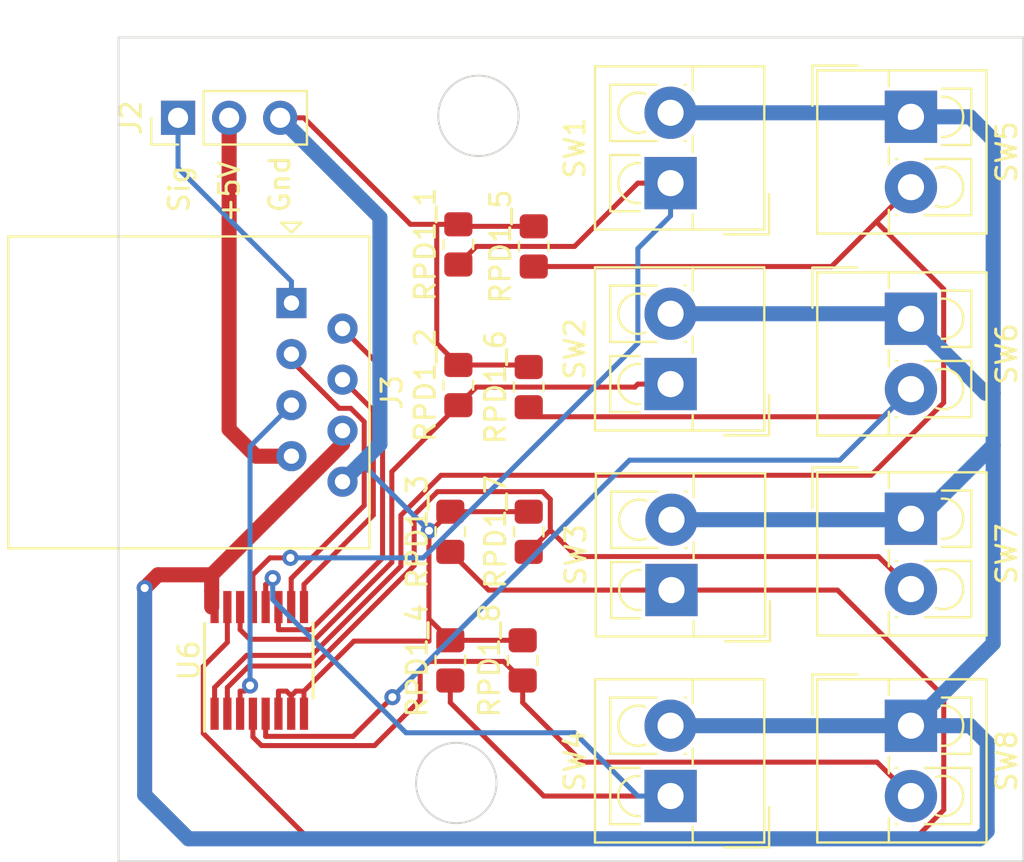
<source format=kicad_pcb>
(kicad_pcb (version 20221018) (generator pcbnew)
  (layers (0 "F.Cu" signal) (31 "B.Cu" signal) (34 "B.Paste" user) (35 "F.Paste" user) (36 "B.SilkS" user "B.Silkscreen") (37 "F.SilkS" user "F.Silkscreen") (38 "B.Mask" user) (39 "F.Mask" user) (44 "Edge.Cuts" user))
  (net 0 "")
  (net 1 "/Led_Data")
  (net 2 "/5")
  (net 3 "/gnd")
  (net 4 "/Mux1")
  (net 5 "/Mux2")
  (net 6 "/Mux3")
  (net 7 "/Mux_return")
  (net 8 "/3.3")
  (net 9 "Net-(U6-A0)")
  (net 10 "Net-(U6-A1)")
  (net 11 "Net-(U6-A2)")
  (net 12 "Net-(U6-A3)")
  (net 13 "Net-(U6-A4)")
  (net 14 "Net-(U6-A5)")
  (net 15 "Net-(U6-A6)")
  (net 16 "Net-(U6-A7)")
  (footprint "Resistor_SMD:R_0805_2012Metric_Pad1.20x1.40mm_HandSolder" (layer "F.Cu") (at 85 89 90)
    (fp_text reference "RPD1_4" (at 0 -1.65 90) (layer "F.SilkS"))
    (fp_text value "10k")
    (fp_line (start -0.227064 -0.735) (end 0.227064 -0.735) (stroke (width 0.12)) (layer "F.SilkS"))
    (fp_line (start -0.227064 0.735) (end 0.227064 0.735) (stroke (width 0.12)) (layer "F.SilkS"))
    (pad "1" smd roundrect (at -1 0 90) (size 1.2 1.4) (layers "F.Cu" "F.Paste" "F.Mask") (roundrect_rratio 0.2083333333) (net 12 "Net-(U6-A3)"))
    (pad "2" smd roundrect (at 1 0 90) (size 1.2 1.4) (layers "F.Cu" "F.Paste" "F.Mask") (roundrect_rratio 0.2083333333) (net 3 "/gnd"))
  )
  (footprint "Resistor_SMD:R_0805_2012Metric_Pad1.20x1.40mm_HandSolder" (layer "F.Cu") (at 88.6 89 90)
    (fp_text reference "RPD1_8" (at 0 -1.65 90) (layer "F.SilkS"))
    (fp_text value "10k")
    (fp_line (start -0.227064 -0.735) (end 0.227064 -0.735) (stroke (width 0.12)) (layer "F.SilkS"))
    (fp_line (start -0.227064 0.735) (end 0.227064 0.735) (stroke (width 0.12)) (layer "F.SilkS"))
    (pad "1" smd roundrect (at -1 0 90) (size 1.2 1.4) (layers "F.Cu" "F.Paste" "F.Mask") (roundrect_rratio 0.2083333333) (net 16 "Net-(U6-A7)"))
    (pad "2" smd roundrect (at 1 0 90) (size 1.2 1.4) (layers "F.Cu" "F.Paste" "F.Mask") (roundrect_rratio 0.2083333333) (net 3 "/gnd"))
  )
  (footprint "Resistor_SMD:R_0805_2012Metric_Pad1.20x1.40mm_HandSolder" (layer "F.Cu") (at 89.15 68.4 90)
    (fp_text reference "RPD1_5" (at 0 -1.65 90) (layer "F.SilkS"))
    (fp_text value "10k")
    (fp_line (start -0.227064 -0.735) (end 0.227064 -0.735) (stroke (width 0.12)) (layer "F.SilkS"))
    (fp_line (start -0.227064 0.735) (end 0.227064 0.735) (stroke (width 0.12)) (layer "F.SilkS"))
    (pad "1" smd roundrect (at -1 0 90) (size 1.2 1.4) (layers "F.Cu" "F.Paste" "F.Mask") (roundrect_rratio 0.2083333333) (net 13 "Net-(U6-A4)"))
    (pad "2" smd roundrect (at 1 0 90) (size 1.2 1.4) (layers "F.Cu" "F.Paste" "F.Mask") (roundrect_rratio 0.2083333333) (net 3 "/gnd"))
  )
  (footprint "Resistor_SMD:R_0805_2012Metric_Pad1.20x1.40mm_HandSolder" (layer "F.Cu") (at 88.9 82.6 90)
    (fp_text reference "RPD1_7" (at 0 -1.65 90) (layer "F.SilkS"))
    (fp_text value "10k")
    (fp_line (start -0.227064 -0.735) (end 0.227064 -0.735) (stroke (width 0.12)) (layer "F.SilkS"))
    (fp_line (start -0.227064 0.735) (end 0.227064 0.735) (stroke (width 0.12)) (layer "F.SilkS"))
    (pad "1" smd roundrect (at -1 0 90) (size 1.2 1.4) (layers "F.Cu" "F.Paste" "F.Mask") (roundrect_rratio 0.2083333333) (net 15 "Net-(U6-A6)"))
    (pad "2" smd roundrect (at 1 0 90) (size 1.2 1.4) (layers "F.Cu" "F.Paste" "F.Mask") (roundrect_rratio 0.2083333333) (net 3 "/gnd"))
  )
  (footprint "TerminalBlock_4Ucon:TerminalBlock_4Ucon_1x02_P3.50mm_Vertical" (layer "F.Cu") (at 107.91 72 -90)
    (fp_text reference "SW6" (at 1.75 -4.76 90) (layer "F.SilkS"))
    (fp_text value "SW_Push")
    (fp_line (start -2.55 2.66) (end -2.55 4.9) (stroke (width 0.12)) (layer "F.SilkS"))
    (fp_line (start -2.55 4.9) (end -0.55 4.9) (stroke (width 0.12)) (layer "F.SilkS"))
    (fp_line (start -2.31 -3.76) (end -2.31 4.66) (stroke (width 0.12)) (layer "F.SilkS"))
    (fp_line (start -2.31 -3.76) (end 5.81 -3.76) (stroke (width 0.12)) (layer "F.SilkS"))
    (fp_line (start -2.31 1.101) (end -1.54 1.101) (stroke (width 0.12)) (layer "F.SilkS"))
    (fp_line (start -2.31 4.66) (end 5.81 4.66) (stroke (width 0.12)) (layer "F.SilkS"))
    (fp_line (start -1.4 -3) (end -1.4 -1.54) (stroke (width 0.12)) (layer "F.SilkS"))
    (fp_line (start -1.4 -3) (end 1.4 -3) (stroke (width 0.12)) (layer "F.SilkS"))
    (fp_line (start 1.4 -3) (end 1.4 -1.54) (stroke (width 0.12)) (layer "F.SilkS"))
    (fp_line (start 1.54 1.101) (end 2.367 1.101) (stroke (width 0.12)) (layer "F.SilkS"))
    (fp_line (start 2.1 -3) (end 2.1 -0.689) (stroke (width 0.12)) (layer "F.SilkS"))
    (fp_line (start 2.1 -3) (end 4.9 -3) (stroke (width 0.12)) (layer "F.SilkS"))
    (fp_line (start 2.1 0.689) (end 2.1 0.75) (stroke (width 0.12)) (layer "F.SilkS"))
    (fp_line (start 2.1 0.75) (end 2.101 0.75) (stroke (width 0.12)) (layer "F.SilkS"))
    (fp_line (start 4.634 1.101) (end 5.81 1.101) (stroke (width 0.12)) (layer "F.SilkS"))
    (fp_line (start 4.9 -3) (end 4.9 -0.689) (stroke (width 0.12)) (layer "F.SilkS"))
    (fp_line (start 4.9 0.689) (end 4.9 0.75) (stroke (width 0.12)) (layer "F.SilkS"))
    (fp_line (start 4.9 0.75) (end 4.9 0.75) (stroke (width 0.12)) (layer "F.SilkS"))
    (fp_line (start 5.81 -3.76) (end 5.81 4.66) (stroke (width 0.12)) (layer "F.SilkS"))
    (fp_arc (start -0.99789 -1.529434) (mid -0.000785 -2.600382) (end 0.998 -1.531) (stroke (width 0.12)) (layer "F.SilkS"))
    (fp_arc (start 2.560085 -1.257767) (mid 3.499876 -2.600282) (end 4.44 -1.258) (stroke (width 0.12)) (layer "F.SilkS"))
    (pad "1" thru_hole rect (at 0 0 270) (size 2.6 2.6) (drill 1.3) (layers "*.Cu" "*.Mask") (net 8 "/3.3"))
    (pad "2" thru_hole circle (at 3.5 0 270) (size 2.6 2.6) (drill 1.3) (layers "*.Cu" "*.Mask") (net 14 "Net-(U6-A5)"))
  )
  (footprint "Connector_PinHeader_2.54mm:PinHeader_1x03_P2.54mm_Vertical" (layer "F.Cu") (at 71.46 62 90)
    (fp_text reference "J2" (at 0 -2.33 90) (layer "F.SilkS"))
    (fp_text value "LED Strip Conn")
    (fp_line (start -1.33 -1.33) (end 0 -1.33) (stroke (width 0.12)) (layer "F.SilkS"))
    (fp_line (start -1.33 0) (end -1.33 -1.33) (stroke (width 0.12)) (layer "F.SilkS"))
    (fp_line (start -1.33 1.27) (end -1.33 6.41) (stroke (width 0.12)) (layer "F.SilkS"))
    (fp_line (start -1.33 1.27) (end 1.33 1.27) (stroke (width 0.12)) (layer "F.SilkS"))
    (fp_line (start -1.33 6.41) (end 1.33 6.41) (stroke (width 0.12)) (layer "F.SilkS"))
    (fp_line (start 1.33 1.27) (end 1.33 6.41) (stroke (width 0.12)) (layer "F.SilkS"))
    (pad "1" thru_hole rect (at 0 0 90) (size 1.7 1.7) (drill 1) (layers "*.Cu" "*.Mask") (net 1 "/Led_Data"))
    (pad "2" thru_hole oval (at 0 2.54 90) (size 1.7 1.7) (drill 1) (layers "*.Cu" "*.Mask") (net 2 "/5"))
    (pad "3" thru_hole oval (at 0 5.08 90) (size 1.7 1.7) (drill 1) (layers "*.Cu" "*.Mask") (net 3 "/gnd"))
  )
  (footprint "TerminalBlock_4Ucon:TerminalBlock_4Ucon_1x02_P3.50mm_Vertical" (layer "F.Cu") (at 95.955 95.75 90)
    (fp_text reference "SW4" (at 1.75 -4.76 90) (layer "F.SilkS"))
    (fp_text value "SW_Push")
    (fp_line (start -2.55 2.66) (end -2.55 4.9) (stroke (width 0.12)) (layer "F.SilkS"))
    (fp_line (start -2.55 4.9) (end -0.55 4.9) (stroke (width 0.12)) (layer "F.SilkS"))
    (fp_line (start -2.31 -3.76) (end -2.31 4.66) (stroke (width 0.12)) (layer "F.SilkS"))
    (fp_line (start -2.31 -3.76) (end 5.81 -3.76) (stroke (width 0.12)) (layer "F.SilkS"))
    (fp_line (start -2.31 1.101) (end -1.54 1.101) (stroke (width 0.12)) (layer "F.SilkS"))
    (fp_line (start -2.31 4.66) (end 5.81 4.66) (stroke (width 0.12)) (layer "F.SilkS"))
    (fp_line (start -1.4 -3) (end -1.4 -1.54) (stroke (width 0.12)) (layer "F.SilkS"))
    (fp_line (start -1.4 -3) (end 1.4 -3) (stroke (width 0.12)) (layer "F.SilkS"))
    (fp_line (start 1.4 -3) (end 1.4 -1.54) (stroke (width 0.12)) (layer "F.SilkS"))
    (fp_line (start 1.54 1.101) (end 2.367 1.101) (stroke (width 0.12)) (layer "F.SilkS"))
    (fp_line (start 2.1 -3) (end 2.1 -0.689) (stroke (width 0.12)) (layer "F.SilkS"))
    (fp_line (start 2.1 -3) (end 4.9 -3) (stroke (width 0.12)) (layer "F.SilkS"))
    (fp_line (start 2.1 0.689) (end 2.1 0.75) (stroke (width 0.12)) (layer "F.SilkS"))
    (fp_line (start 2.1 0.75) (end 2.101 0.75) (stroke (width 0.12)) (layer "F.SilkS"))
    (fp_line (start 4.634 1.101) (end 5.81 1.101) (stroke (width 0.12)) (layer "F.SilkS"))
    (fp_line (start 4.9 -3) (end 4.9 -0.689) (stroke (width 0.12)) (layer "F.SilkS"))
    (fp_line (start 4.9 0.689) (end 4.9 0.75) (stroke (width 0.12)) (layer "F.SilkS"))
    (fp_line (start 4.9 0.75) (end 4.9 0.75) (stroke (width 0.12)) (layer "F.SilkS"))
    (fp_line (start 5.81 -3.76) (end 5.81 4.66) (stroke (width 0.12)) (layer "F.SilkS"))
    (fp_arc (start -0.99789 -1.529434) (mid -0.000785 -2.600382) (end 0.998 -1.531) (stroke (width 0.12)) (layer "F.SilkS"))
    (fp_arc (start 2.560085 -1.257767) (mid 3.499876 -2.600282) (end 4.44 -1.258) (stroke (width 0.12)) (layer "F.SilkS"))
    (pad "1" thru_hole rect (at 0 0 90) (size 2.6 2.6) (drill 1.3) (layers "*.Cu" "*.Mask") (net 12 "Net-(U6-A3)"))
    (pad "2" thru_hole circle (at 3.5 0 90) (size 2.6 2.6) (drill 1.3) (layers "*.Cu" "*.Mask") (net 8 "/3.3"))
  )
  (footprint "TerminalBlock_4Ucon:TerminalBlock_4Ucon_1x02_P3.50mm_Vertical" (layer "F.Cu") (at 95.955 65.25 90)
    (fp_text reference "SW1" (at 1.75 -4.76 90) (layer "F.SilkS"))
    (fp_text value "SW_Push")
    (fp_line (start -2.55 2.66) (end -2.55 4.9) (stroke (width 0.12)) (layer "F.SilkS"))
    (fp_line (start -2.55 4.9) (end -0.55 4.9) (stroke (width 0.12)) (layer "F.SilkS"))
    (fp_line (start -2.31 -3.76) (end -2.31 4.66) (stroke (width 0.12)) (layer "F.SilkS"))
    (fp_line (start -2.31 -3.76) (end 5.81 -3.76) (stroke (width 0.12)) (layer "F.SilkS"))
    (fp_line (start -2.31 1.101) (end -1.54 1.101) (stroke (width 0.12)) (layer "F.SilkS"))
    (fp_line (start -2.31 4.66) (end 5.81 4.66) (stroke (width 0.12)) (layer "F.SilkS"))
    (fp_line (start -1.4 -3) (end -1.4 -1.54) (stroke (width 0.12)) (layer "F.SilkS"))
    (fp_line (start -1.4 -3) (end 1.4 -3) (stroke (width 0.12)) (layer "F.SilkS"))
    (fp_line (start 1.4 -3) (end 1.4 -1.54) (stroke (width 0.12)) (layer "F.SilkS"))
    (fp_line (start 1.54 1.101) (end 2.367 1.101) (stroke (width 0.12)) (layer "F.SilkS"))
    (fp_line (start 2.1 -3) (end 2.1 -0.689) (stroke (width 0.12)) (layer "F.SilkS"))
    (fp_line (start 2.1 -3) (end 4.9 -3) (stroke (width 0.12)) (layer "F.SilkS"))
    (fp_line (start 2.1 0.689) (end 2.1 0.75) (stroke (width 0.12)) (layer "F.SilkS"))
    (fp_line (start 2.1 0.75) (end 2.101 0.75) (stroke (width 0.12)) (layer "F.SilkS"))
    (fp_line (start 4.634 1.101) (end 5.81 1.101) (stroke (width 0.12)) (layer "F.SilkS"))
    (fp_line (start 4.9 -3) (end 4.9 -0.689) (stroke (width 0.12)) (layer "F.SilkS"))
    (fp_line (start 4.9 0.689) (end 4.9 0.75) (stroke (width 0.12)) (layer "F.SilkS"))
    (fp_line (start 4.9 0.75) (end 4.9 0.75) (stroke (width 0.12)) (layer "F.SilkS"))
    (fp_line (start 5.81 -3.76) (end 5.81 4.66) (stroke (width 0.12)) (layer "F.SilkS"))
    (fp_arc (start -0.99789 -1.529434) (mid -0.000785 -2.600382) (end 0.998 -1.531) (stroke (width 0.12)) (layer "F.SilkS"))
    (fp_arc (start 2.560085 -1.257767) (mid 3.499876 -2.600282) (end 4.44 -1.258) (stroke (width 0.12)) (layer "F.SilkS"))
    (pad "1" thru_hole rect (at 0 0 90) (size 2.6 2.6) (drill 1.3) (layers "*.Cu" "*.Mask") (net 9 "Net-(U6-A0)"))
    (pad "2" thru_hole circle (at 3.5 0 90) (size 2.6 2.6) (drill 1.3) (layers "*.Cu" "*.Mask") (net 8 "/3.3"))
  )
  (footprint "TerminalBlock_4Ucon:TerminalBlock_4Ucon_1x02_P3.50mm_Vertical" (layer "F.Cu") (at 96 85.5 90)
    (fp_text reference "SW3" (at 1.75 -4.76 90) (layer "F.SilkS"))
    (fp_text value "SW_Push")
    (fp_line (start -2.55 2.66) (end -2.55 4.9) (stroke (width 0.12)) (layer "F.SilkS"))
    (fp_line (start -2.55 4.9) (end -0.55 4.9) (stroke (width 0.12)) (layer "F.SilkS"))
    (fp_line (start -2.31 -3.76) (end -2.31 4.66) (stroke (width 0.12)) (layer "F.SilkS"))
    (fp_line (start -2.31 -3.76) (end 5.81 -3.76) (stroke (width 0.12)) (layer "F.SilkS"))
    (fp_line (start -2.31 1.101) (end -1.54 1.101) (stroke (width 0.12)) (layer "F.SilkS"))
    (fp_line (start -2.31 4.66) (end 5.81 4.66) (stroke (width 0.12)) (layer "F.SilkS"))
    (fp_line (start -1.4 -3) (end -1.4 -1.54) (stroke (width 0.12)) (layer "F.SilkS"))
    (fp_line (start -1.4 -3) (end 1.4 -3) (stroke (width 0.12)) (layer "F.SilkS"))
    (fp_line (start 1.4 -3) (end 1.4 -1.54) (stroke (width 0.12)) (layer "F.SilkS"))
    (fp_line (start 1.54 1.101) (end 2.367 1.101) (stroke (width 0.12)) (layer "F.SilkS"))
    (fp_line (start 2.1 -3) (end 2.1 -0.689) (stroke (width 0.12)) (layer "F.SilkS"))
    (fp_line (start 2.1 -3) (end 4.9 -3) (stroke (width 0.12)) (layer "F.SilkS"))
    (fp_line (start 2.1 0.689) (end 2.1 0.75) (stroke (width 0.12)) (layer "F.SilkS"))
    (fp_line (start 2.1 0.75) (end 2.101 0.75) (stroke (width 0.12)) (layer "F.SilkS"))
    (fp_line (start 4.634 1.101) (end 5.81 1.101) (stroke (width 0.12)) (layer "F.SilkS"))
    (fp_line (start 4.9 -3) (end 4.9 -0.689) (stroke (width 0.12)) (layer "F.SilkS"))
    (fp_line (start 4.9 0.689) (end 4.9 0.75) (stroke (width 0.12)) (layer "F.SilkS"))
    (fp_line (start 4.9 0.75) (end 4.9 0.75) (stroke (width 0.12)) (layer "F.SilkS"))
    (fp_line (start 5.81 -3.76) (end 5.81 4.66) (stroke (width 0.12)) (layer "F.SilkS"))
    (fp_arc (start -0.99789 -1.529434) (mid -0.000785 -2.600382) (end 0.998 -1.531) (stroke (width 0.12)) (layer "F.SilkS"))
    (fp_arc (start 2.560085 -1.257767) (mid 3.499876 -2.600282) (end 4.44 -1.258) (stroke (width 0.12)) (layer "F.SilkS"))
    (pad "1" thru_hole rect (at 0 0 90) (size 2.6 2.6) (drill 1.3) (layers "*.Cu" "*.Mask") (net 11 "Net-(U6-A2)"))
    (pad "2" thru_hole circle (at 3.5 0 90) (size 2.6 2.6) (drill 1.3) (layers "*.Cu" "*.Mask") (net 8 "/3.3"))
  )
  (footprint "Resistor_SMD:R_0805_2012Metric_Pad1.20x1.40mm_HandSolder" (layer "F.Cu") (at 85 82.6 90)
    (fp_text reference "RPD1_3" (at 0 -1.65 90) (layer "F.SilkS"))
    (fp_text value "10k")
    (fp_line (start -0.227064 -0.735) (end 0.227064 -0.735) (stroke (width 0.12)) (layer "F.SilkS"))
    (fp_line (start -0.227064 0.735) (end 0.227064 0.735) (stroke (width 0.12)) (layer "F.SilkS"))
    (pad "1" smd roundrect (at -1 0 90) (size 1.2 1.4) (layers "F.Cu" "F.Paste" "F.Mask") (roundrect_rratio 0.2083333333) (net 11 "Net-(U6-A2)"))
    (pad "2" smd roundrect (at 1 0 90) (size 1.2 1.4) (layers "F.Cu" "F.Paste" "F.Mask") (roundrect_rratio 0.2083333333) (net 3 "/gnd"))
  )
  (footprint "TerminalBlock_4Ucon:TerminalBlock_4Ucon_1x02_P3.50mm_Vertical" (layer "F.Cu") (at 107.91 92.25 -90)
    (fp_text reference "SW8" (at 1.75 -4.76 90) (layer "F.SilkS"))
    (fp_text value "SW_Push")
    (fp_line (start -2.55 2.66) (end -2.55 4.9) (stroke (width 0.12)) (layer "F.SilkS"))
    (fp_line (start -2.55 4.9) (end -0.55 4.9) (stroke (width 0.12)) (layer "F.SilkS"))
    (fp_line (start -2.31 -3.76) (end -2.31 4.66) (stroke (width 0.12)) (layer "F.SilkS"))
    (fp_line (start -2.31 -3.76) (end 5.81 -3.76) (stroke (width 0.12)) (layer "F.SilkS"))
    (fp_line (start -2.31 1.101) (end -1.54 1.101) (stroke (width 0.12)) (layer "F.SilkS"))
    (fp_line (start -2.31 4.66) (end 5.81 4.66) (stroke (width 0.12)) (layer "F.SilkS"))
    (fp_line (start -1.4 -3) (end -1.4 -1.54) (stroke (width 0.12)) (layer "F.SilkS"))
    (fp_line (start -1.4 -3) (end 1.4 -3) (stroke (width 0.12)) (layer "F.SilkS"))
    (fp_line (start 1.4 -3) (end 1.4 -1.54) (stroke (width 0.12)) (layer "F.SilkS"))
    (fp_line (start 1.54 1.101) (end 2.367 1.101) (stroke (width 0.12)) (layer "F.SilkS"))
    (fp_line (start 2.1 -3) (end 2.1 -0.689) (stroke (width 0.12)) (layer "F.SilkS"))
    (fp_line (start 2.1 -3) (end 4.9 -3) (stroke (width 0.12)) (layer "F.SilkS"))
    (fp_line (start 2.1 0.689) (end 2.1 0.75) (stroke (width 0.12)) (layer "F.SilkS"))
    (fp_line (start 2.1 0.75) (end 2.101 0.75) (stroke (width 0.12)) (layer "F.SilkS"))
    (fp_line (start 4.634 1.101) (end 5.81 1.101) (stroke (width 0.12)) (layer "F.SilkS"))
    (fp_line (start 4.9 -3) (end 4.9 -0.689) (stroke (width 0.12)) (layer "F.SilkS"))
    (fp_line (start 4.9 0.689) (end 4.9 0.75) (stroke (width 0.12)) (layer "F.SilkS"))
    (fp_line (start 4.9 0.75) (end 4.9 0.75) (stroke (width 0.12)) (layer "F.SilkS"))
    (fp_line (start 5.81 -3.76) (end 5.81 4.66) (stroke (width 0.12)) (layer "F.SilkS"))
    (fp_arc (start -0.99789 -1.529434) (mid -0.000785 -2.600382) (end 0.998 -1.531) (stroke (width 0.12)) (layer "F.SilkS"))
    (fp_arc (start 2.560085 -1.257767) (mid 3.499876 -2.600282) (end 4.44 -1.258) (stroke (width 0.12)) (layer "F.SilkS"))
    (pad "1" thru_hole rect (at 0 0 270) (size 2.6 2.6) (drill 1.3) (layers "*.Cu" "*.Mask") (net 8 "/3.3"))
    (pad "2" thru_hole circle (at 3.5 0 270) (size 2.6 2.6) (drill 1.3) (layers "*.Cu" "*.Mask") (net 16 "Net-(U6-A7)"))
  )
  (footprint "Resistor_SMD:R_0805_2012Metric_Pad1.20x1.40mm_HandSolder" (layer "F.Cu") (at 88.9 75.4 90)
    (fp_text reference "RPD1_6" (at 0 -1.65 90) (layer "F.SilkS"))
    (fp_text value "10k")
    (fp_line (start -0.227064 -0.735) (end 0.227064 -0.735) (stroke (width 0.12)) (layer "F.SilkS"))
    (fp_line (start -0.227064 0.735) (end 0.227064 0.735) (stroke (width 0.12)) (layer "F.SilkS"))
    (pad "1" smd roundrect (at -1 0 90) (size 1.2 1.4) (layers "F.Cu" "F.Paste" "F.Mask") (roundrect_rratio 0.2083333333) (net 14 "Net-(U6-A5)"))
    (pad "2" smd roundrect (at 1 0 90) (size 1.2 1.4) (layers "F.Cu" "F.Paste" "F.Mask") (roundrect_rratio 0.2083333333) (net 3 "/gnd"))
  )
  (footprint "Connector_RJ:RJ45_Amphenol_54602-x08_Horizontal" (layer "F.Cu") (at 77.1 71.2175 -90)
    (fp_text reference "J3" (at 4.445 -5 90) (layer "F.SilkS"))
    (fp_text value "Expansion")
    (fp_line (start -4 -0.5) (end -4 0.5) (stroke (width 0.12)) (layer "F.SilkS"))
    (fp_line (start -4 0.5) (end -3.5 0) (stroke (width 0.12)) (layer "F.SilkS"))
    (fp_line (start -3.5 0) (end -4 -0.5) (stroke (width 0.12)) (layer "F.SilkS"))
    (fp_line (start -3.315 -3.88) (end -3.315 14.08) (stroke (width 0.12)) (layer "F.SilkS"))
    (fp_line (start -3.315 14.08) (end 12.205 14.08) (stroke (width 0.12)) (layer "F.SilkS"))
    (fp_line (start 12.205 -3.88) (end -3.315 -3.88) (stroke (width 0.12)) (layer "F.SilkS"))
    (fp_line (start 12.205 -3.88) (end 12.205 14.08) (stroke (width 0.12)) (layer "F.SilkS"))
    (pad "" np_thru_hole circle (at -1.27 6.35 270) (size 3.2 3.2) (drill 3.2) (layers "*.Cu" "*.Mask"))
    (pad "" np_thru_hole circle (at 10.16 6.35 270) (size 3.2 3.2) (drill 3.2) (layers "*.Cu" "*.Mask"))
    (pad "1" thru_hole rect (at 0 0 270) (size 1.5 1.5) (drill 0.76) (layers "*.Cu" "*.Mask") (net 1 "/Led_Data"))
    (pad "2" thru_hole circle (at 1.27 -2.54 270) (size 1.5 1.5) (drill 0.76) (layers "*.Cu" "*.Mask") (net 4 "/Mux1"))
    (pad "3" thru_hole circle (at 2.54 0 270) (size 1.5 1.5) (drill 0.76) (layers "*.Cu" "*.Mask") (net 5 "/Mux2"))
    (pad "4" thru_hole circle (at 3.81 -2.54 270) (size 1.5 1.5) (drill 0.76) (layers "*.Cu" "*.Mask") (net 6 "/Mux3"))
    (pad "5" thru_hole circle (at 5.08 0 270) (size 1.5 1.5) (drill 0.76) (layers "*.Cu" "*.Mask") (net 7 "/Mux_return"))
    (pad "6" thru_hole circle (at 6.35 -2.54 270) (size 1.5 1.5) (drill 0.76) (layers "*.Cu" "*.Mask") (net 8 "/3.3"))
    (pad "7" thru_hole circle (at 7.62 0 270) (size 1.5 1.5) (drill 0.76) (layers "*.Cu" "*.Mask") (net 2 "/5"))
    (pad "8" thru_hole circle (at 8.89 -2.54 270) (size 1.5 1.5) (drill 0.76) (layers "*.Cu" "*.Mask") (net 3 "/gnd"))
  )
  (footprint "TerminalBlock_4Ucon:TerminalBlock_4Ucon_1x02_P3.50mm_Vertical" (layer "F.Cu") (at 95.955 75.25 90)
    (fp_text reference "SW2" (at 1.75 -4.76 90) (layer "F.SilkS"))
    (fp_text value "~")
    (fp_line (start -2.55 2.66) (end -2.55 4.9) (stroke (width 0.12)) (layer "F.SilkS"))
    (fp_line (start -2.55 4.9) (end -0.55 4.9) (stroke (width 0.12)) (layer "F.SilkS"))
    (fp_line (start -2.31 -3.76) (end -2.31 4.66) (stroke (width 0.12)) (layer "F.SilkS"))
    (fp_line (start -2.31 -3.76) (end 5.81 -3.76) (stroke (width 0.12)) (layer "F.SilkS"))
    (fp_line (start -2.31 1.101) (end -1.54 1.101) (stroke (width 0.12)) (layer "F.SilkS"))
    (fp_line (start -2.31 4.66) (end 5.81 4.66) (stroke (width 0.12)) (layer "F.SilkS"))
    (fp_line (start -1.4 -3) (end -1.4 -1.54) (stroke (width 0.12)) (layer "F.SilkS"))
    (fp_line (start -1.4 -3) (end 1.4 -3) (stroke (width 0.12)) (layer "F.SilkS"))
    (fp_line (start 1.4 -3) (end 1.4 -1.54) (stroke (width 0.12)) (layer "F.SilkS"))
    (fp_line (start 1.54 1.101) (end 2.367 1.101) (stroke (width 0.12)) (layer "F.SilkS"))
    (fp_line (start 2.1 -3) (end 2.1 -0.689) (stroke (width 0.12)) (layer "F.SilkS"))
    (fp_line (start 2.1 -3) (end 4.9 -3) (stroke (width 0.12)) (layer "F.SilkS"))
    (fp_line (start 2.1 0.689) (end 2.1 0.75) (stroke (width 0.12)) (layer "F.SilkS"))
    (fp_line (start 2.1 0.75) (end 2.101 0.75) (stroke (width 0.12)) (layer "F.SilkS"))
    (fp_line (start 4.634 1.101) (end 5.81 1.101) (stroke (width 0.12)) (layer "F.SilkS"))
    (fp_line (start 4.9 -3) (end 4.9 -0.689) (stroke (width 0.12)) (layer "F.SilkS"))
    (fp_line (start 4.9 0.689) (end 4.9 0.75) (stroke (width 0.12)) (layer "F.SilkS"))
    (fp_line (start 4.9 0.75) (end 4.9 0.75) (stroke (width 0.12)) (layer "F.SilkS"))
    (fp_line (start 5.81 -3.76) (end 5.81 4.66) (stroke (width 0.12)) (layer "F.SilkS"))
    (fp_arc (start -0.99789 -1.529434) (mid -0.000785 -2.600382) (end 0.998 -1.531) (stroke (width 0.12)) (layer "F.SilkS"))
    (fp_arc (start 2.560085 -1.257767) (mid 3.499876 -2.600282) (end 4.44 -1.258) (stroke (width 0.12)) (layer "F.SilkS"))
    (pad "1" thru_hole rect (at 0 0 90) (size 2.6 2.6) (drill 1.3) (layers "*.Cu" "*.Mask") (net 10 "Net-(U6-A1)"))
    (pad "2" thru_hole circle (at 3.5 0 90) (size 2.6 2.6) (drill 1.3) (layers "*.Cu" "*.Mask") (net 8 "/3.3"))
  )
  (footprint "TerminalBlock_4Ucon:TerminalBlock_4Ucon_1x02_P3.50mm_Vertical" (layer "F.Cu") (at 107.91 61.95 -90)
    (fp_text reference "SW5" (at 1.75 -4.76 90) (layer "F.SilkS"))
    (fp_text value "SW_Push")
    (fp_line (start -2.55 2.66) (end -2.55 4.9) (stroke (width 0.12)) (layer "F.SilkS"))
    (fp_line (start -2.55 4.9) (end -0.55 4.9) (stroke (width 0.12)) (layer "F.SilkS"))
    (fp_line (start -2.31 -3.76) (end -2.31 4.66) (stroke (width 0.12)) (layer "F.SilkS"))
    (fp_line (start -2.31 -3.76) (end 5.81 -3.76) (stroke (width 0.12)) (layer "F.SilkS"))
    (fp_line (start -2.31 1.101) (end -1.54 1.101) (stroke (width 0.12)) (layer "F.SilkS"))
    (fp_line (start -2.31 4.66) (end 5.81 4.66) (stroke (width 0.12)) (layer "F.SilkS"))
    (fp_line (start -1.4 -3) (end -1.4 -1.54) (stroke (width 0.12)) (layer "F.SilkS"))
    (fp_line (start -1.4 -3) (end 1.4 -3) (stroke (width 0.12)) (layer "F.SilkS"))
    (fp_line (start 1.4 -3) (end 1.4 -1.54) (stroke (width 0.12)) (layer "F.SilkS"))
    (fp_line (start 1.54 1.101) (end 2.367 1.101) (stroke (width 0.12)) (layer "F.SilkS"))
    (fp_line (start 2.1 -3) (end 2.1 -0.689) (stroke (width 0.12)) (layer "F.SilkS"))
    (fp_line (start 2.1 -3) (end 4.9 -3) (stroke (width 0.12)) (layer "F.SilkS"))
    (fp_line (start 2.1 0.689) (end 2.1 0.75) (stroke (width 0.12)) (layer "F.SilkS"))
    (fp_line (start 2.1 0.75) (end 2.101 0.75) (stroke (width 0.12)) (layer "F.SilkS"))
    (fp_line (start 4.634 1.101) (end 5.81 1.101) (stroke (width 0.12)) (layer "F.SilkS"))
    (fp_line (start 4.9 -3) (end 4.9 -0.689) (stroke (width 0.12)) (layer "F.SilkS"))
    (fp_line (start 4.9 0.689) (end 4.9 0.75) (stroke (width 0.12)) (layer "F.SilkS"))
    (fp_line (start 4.9 0.75) (end 4.9 0.75) (stroke (width 0.12)) (layer "F.SilkS"))
    (fp_line (start 5.81 -3.76) (end 5.81 4.66) (stroke (width 0.12)) (layer "F.SilkS"))
    (fp_arc (start -0.99789 -1.529434) (mid -0.000785 -2.600382) (end 0.998 -1.531) (stroke (width 0.12)) (layer "F.SilkS"))
    (fp_arc (start 2.560085 -1.257767) (mid 3.499876 -2.600282) (end 4.44 -1.258) (stroke (width 0.12)) (layer "F.SilkS"))
    (pad "1" thru_hole rect (at 0 0 270) (size 2.6 2.6) (drill 1.3) (layers "*.Cu" "*.Mask") (net 8 "/3.3"))
    (pad "2" thru_hole circle (at 3.5 0 270) (size 2.6 2.6) (drill 1.3) (layers "*.Cu" "*.Mask") (net 13 "Net-(U6-A4)"))
  )
  (footprint "TerminalBlock_4Ucon:TerminalBlock_4Ucon_1x02_P3.50mm_Vertical" (layer "F.Cu") (at 107.91 81.95 -90)
    (fp_text reference "SW7" (at 1.75 -4.76 90) (layer "F.SilkS"))
    (fp_text value "SW_Push")
    (fp_line (start -2.55 2.66) (end -2.55 4.9) (stroke (width 0.12)) (layer "F.SilkS"))
    (fp_line (start -2.55 4.9) (end -0.55 4.9) (stroke (width 0.12)) (layer "F.SilkS"))
    (fp_line (start -2.31 -3.76) (end -2.31 4.66) (stroke (width 0.12)) (layer "F.SilkS"))
    (fp_line (start -2.31 -3.76) (end 5.81 -3.76) (stroke (width 0.12)) (layer "F.SilkS"))
    (fp_line (start -2.31 1.101) (end -1.54 1.101) (stroke (width 0.12)) (layer "F.SilkS"))
    (fp_line (start -2.31 4.66) (end 5.81 4.66) (stroke (width 0.12)) (layer "F.SilkS"))
    (fp_line (start -1.4 -3) (end -1.4 -1.54) (stroke (width 0.12)) (layer "F.SilkS"))
    (fp_line (start -1.4 -3) (end 1.4 -3) (stroke (width 0.12)) (layer "F.SilkS"))
    (fp_line (start 1.4 -3) (end 1.4 -1.54) (stroke (width 0.12)) (layer "F.SilkS"))
    (fp_line (start 1.54 1.101) (end 2.367 1.101) (stroke (width 0.12)) (layer "F.SilkS"))
    (fp_line (start 2.1 -3) (end 2.1 -0.689) (stroke (width 0.12)) (layer "F.SilkS"))
    (fp_line (start 2.1 -3) (end 4.9 -3) (stroke (width 0.12)) (layer "F.SilkS"))
    (fp_line (start 2.1 0.689) (end 2.1 0.75) (stroke (width 0.12)) (layer "F.SilkS"))
    (fp_line (start 2.1 0.75) (end 2.101 0.75) (stroke (width 0.12)) (layer "F.SilkS"))
    (fp_line (start 4.634 1.101) (end 5.81 1.101) (stroke (width 0.12)) (layer "F.SilkS"))
    (fp_line (start 4.9 -3) (end 4.9 -0.689) (stroke (width 0.12)) (layer "F.SilkS"))
    (fp_line (start 4.9 0.689) (end 4.9 0.75) (stroke (width 0.12)) (layer "F.SilkS"))
    (fp_line (start 4.9 0.75) (end 4.9 0.75) (stroke (width 0.12)) (layer "F.SilkS"))
    (fp_line (start 5.81 -3.76) (end 5.81 4.66) (stroke (width 0.12)) (layer "F.SilkS"))
    (fp_arc (start -0.99789 -1.529434) (mid -0.000785 -2.600382) (end 0.998 -1.531) (stroke (width 0.12)) (layer "F.SilkS"))
    (fp_arc (start 2.560085 -1.257767) (mid 3.499876 -2.600282) (end 4.44 -1.258) (stroke (width 0.12)) (layer "F.SilkS"))
    (pad "1" thru_hole rect (at 0 0 270) (size 2.6 2.6) (drill 1.3) (layers "*.Cu" "*.Mask") (net 8 "/3.3"))
    (pad "2" thru_hole circle (at 3.5 0 270) (size 2.6 2.6) (drill 1.3) (layers "*.Cu" "*.Mask") (net 15 "Net-(U6-A6)"))
  )
  (footprint "Resistor_SMD:R_0805_2012Metric_Pad1.20x1.40mm_HandSolder" (layer "F.Cu") (at 85.4 68.3 90)
    (fp_text reference "RPD1_1" (at 0 -1.65 90) (layer "F.SilkS"))
    (fp_text value "10k")
    (fp_line (start -0.227064 -0.735) (end 0.227064 -0.735) (stroke (width 0.12)) (layer "F.SilkS"))
    (fp_line (start -0.227064 0.735) (end 0.227064 0.735) (stroke (width 0.12)) (layer "F.SilkS"))
    (pad "1" smd roundrect (at -1 0 90) (size 1.2 1.4) (layers "F.Cu" "F.Paste" "F.Mask") (roundrect_rratio 0.2083333333) (net 9 "Net-(U6-A0)"))
    (pad "2" smd roundrect (at 1 0 90) (size 1.2 1.4) (layers "F.Cu" "F.Paste" "F.Mask") (roundrect_rratio 0.2083333333) (net 3 "/gnd"))
  )
  (footprint "Resistor_SMD:R_0805_2012Metric_Pad1.20x1.40mm_HandSolder" (layer "F.Cu") (at 85.4 75.3 90)
    (fp_text reference "RPD1_2" (at 0 -1.65 90) (layer "F.SilkS"))
    (fp_text value "10k")
    (fp_line (start -0.227064 -0.735) (end 0.227064 -0.735) (stroke (width 0.12)) (layer "F.SilkS"))
    (fp_line (start -0.227064 0.735) (end 0.227064 0.735) (stroke (width 0.12)) (layer "F.SilkS"))
    (pad "1" smd roundrect (at -1 0 90) (size 1.2 1.4) (layers "F.Cu" "F.Paste" "F.Mask") (roundrect_rratio 0.2083333333) (net 10 "Net-(U6-A1)"))
    (pad "2" smd roundrect (at 1 0 90) (size 1.2 1.4) (layers "F.Cu" "F.Paste" "F.Mask") (roundrect_rratio 0.2083333333) (net 3 "/gnd"))
  )
  (footprint "Package_SO:QSOP-16_3.9x4.9mm_P0.635mm" (layer "F.Cu") (at 75.5 89 90)
    (fp_text reference "U6" (at 0 -3.5 90) (layer "F.SilkS"))
    (fp_text value "CD74HC4051M96")
    (fp_line (start -3.525 -2.725) (end 1.8586 -2.725) (stroke (width 0.15)) (layer "F.SilkS"))
    (fp_line (start -1.8543 2.675) (end 1.8543 2.675) (stroke (width 0.15)) (layer "F.SilkS"))
    (pad "1" smd rect (at -2.6543 -2.2225 90) (size 1.6 0.41) (layers "F.Cu" "F.Paste" "F.Mask") (net 13 "Net-(U6-A4)"))
    (pad "2" smd rect (at -2.6543 -1.5875 90) (size 1.6 0.41) (layers "F.Cu" "F.Paste" "F.Mask") (net 15 "Net-(U6-A6)"))
    (pad "3" smd rect (at -2.6543 -0.9525 90) (size 1.6 0.41) (layers "F.Cu" "F.Paste" "F.Mask") (net 7 "/Mux_return"))
    (pad "4" smd rect (at -2.6543 -0.3175 90) (size 1.6 0.41) (layers "F.Cu" "F.Paste" "F.Mask") (net 16 "Net-(U6-A7)"))
    (pad "5" smd rect (at -2.6543 0.3175 90) (size 1.6 0.41) (layers "F.Cu" "F.Paste" "F.Mask") (net 14 "Net-(U6-A5)"))
    (pad "6" smd rect (at -2.6543 0.9525 90) (size 1.6 0.41) (layers "F.Cu" "F.Paste" "F.Mask") (net 3 "/gnd"))
    (pad "7" smd rect (at -2.6543 1.5875 90) (size 1.6 0.41) (layers "F.Cu" "F.Paste" "F.Mask") (net 3 "/gnd"))
    (pad "8" smd rect (at -2.6543 2.2225 90) (size 1.6 0.41) (layers "F.Cu" "F.Paste" "F.Mask") (net 3 "/gnd"))
    (pad "9" smd rect (at 2.6543 2.2225 90) (size 1.6 0.41) (layers "F.Cu" "F.Paste" "F.Mask") (net 6 "/Mux3"))
    (pad "10" smd rect (at 2.6543 1.5875 90) (size 1.6 0.41) (layers "F.Cu" "F.Paste" "F.Mask") (net 5 "/Mux2"))
    (pad "11" smd rect (at 2.6543 0.9525 90) (size 1.6 0.41) (layers "F.Cu" "F.Paste" "F.Mask") (net 4 "/Mux1"))
    (pad "12" smd rect (at 2.6543 0.3175 90) (size 1.6 0.41) (layers "F.Cu" "F.Paste" "F.Mask") (net 12 "Net-(U6-A3)"))
    (pad "13" smd rect (at 2.6543 -0.3175 90) (size 1.6 0.41) (layers "F.Cu" "F.Paste" "F.Mask") (net 9 "Net-(U6-A0)"))
    (pad "14" smd rect (at 2.6543 -0.9525 90) (size 1.6 0.41) (layers "F.Cu" "F.Paste" "F.Mask") (net 10 "Net-(U6-A1)"))
    (pad "15" smd rect (at 2.6543 -1.5875 90) (size 1.6 0.41) (layers "F.Cu" "F.Paste" "F.Mask") (net 11 "Net-(U6-A2)"))
    (pad "16" smd rect (at 2.6543 -2.2225 90) (size 1.6 0.41) (layers "F.Cu" "F.Paste" "F.Mask") (net 8 "/3.3"))
  )
  (gr_circle (center 86.4 61.9) (end 88.4 61.9) (stroke (width 0.1)) (fill none) (layer "Edge.Cuts"))
  (gr_rect (start 68.5 58) (end 113.5 99) (stroke (width 0.1)) (fill none) (layer "Edge.Cuts"))
  (gr_circle (center 85.3 95.1) (end 87.3 95.1) (stroke (width 0.1)) (fill none) (layer "Edge.Cuts"))
  (gr_text "Gnd" (at 77.1 66.8 90) (layer "F.SilkS") (effects (font (size 1 1)) (justify left bottom)))
  (gr_text "+5V\n" (at 74.6 67.3 90) (layer "F.SilkS") (effects (font (size 1 1)) (justify left bottom)))
  (gr_text "Sig\n" (at 72.1 66.8 90) (layer "F.SilkS") (effects (font (size 1 1)) (justify left bottom)))
  (segment (start 77.1 70.1406) (end 71.46 64.5006) (width 0.25) (layer "B.Cu") (net 1))
  (segment (start 77.1 71.2175) (end 77.1 70.1406) (width 0.25) (layer "B.Cu") (net 1))
  (segment (start 71.46 64.5006) (end 71.46 62) (width 0.25) (layer "B.Cu") (net 1))
  (segment (start 74 62) (end 74 77.5) (width 0.75) (layer "F.Cu") (net 2))
  (segment (start 74 77.5) (end 75.3375 78.8375) (width 0.75) (layer "F.Cu") (net 2))
  (segment (start 75.3375 78.8375) (end 77.1 78.8375) (width 0.75) (layer "F.Cu") (net 2))
  (segment (start 77.7225 90.5274) (end 80.2118 88.0381) (width 0.25) (layer "F.Cu") (net 3))
  (segment (start 88.8 74.3) (end 88.9 74.4) (width 0.25) (layer "F.Cu") (net 3))
  (segment (start 83.9381 82.5448) (end 83.9381 88.0381) (width 0.25) (layer "F.Cu") (net 3))
  (segment (start 85 81.6) (end 84.0552 82.5448) (width 0.25) (layer "F.Cu") (net 3))
  (segment (start 85.5 67.4) (end 85.4 67.3) (width 0.25) (layer "F.Cu") (net 3))
  (segment (start 85.4 74.3) (end 88.8 74.3) (width 0.25) (layer "F.Cu") (net 3))
  (segment (start 77.7225 91.6543) (end 77.7225 90.5274) (width 0.25) (layer "F.Cu") (net 3))
  (segment (start 76.54 62) (end 77.7169 62) (width 0.25) (layer "F.Cu") (net 3))
  (segment (start 80.2118 88.0381) (end 83.9381 88.0381) (width 0.25) (layer "F.Cu") (net 3))
  (segment (start 83.0169 67.3) (end 84.3264 67.3) (width 0.25) (layer "F.Cu") (net 3))
  (segment (start 88.6 88) (end 85 88) (width 0.25) (layer "F.Cu") (net 3))
  (segment (start 77.3235 90.5274) (end 77.0875 90.7634) (width 0.25) (layer "F.Cu") (net 3))
  (segment (start 84.0552 82.5448) (end 83.9381 82.5448) (width 0.25) (layer "F.Cu") (net 3))
  (segment (start 88.9 81.6) (end 85 81.6) (width 0.25) (layer "F.Cu") (net 3))
  (segment (start 85.4 74.3) (end 84.3264 73.2264) (width 0.25) (layer "F.Cu") (net 3))
  (segment (start 89.15 67.4) (end 85.5 67.4) (width 0.25) (layer "F.Cu") (net 3))
  (segment (start 84.3264 67.3) (end 85.4 67.3) (width 0.25) (layer "F.Cu") (net 3))
  (segment (start 77.0875 91.6543) (end 77.0875 91.0908) (width 0.25) (layer "F.Cu") (net 3))
  (segment (start 76.4525 91.6543) (end 76.4525 90.5274) (width 0.25) (layer "F.Cu") (net 3))
  (segment (start 84.3264 73.2264) (end 84.3264 67.3) (width 0.25) (layer "F.Cu") (net 3))
  (segment (start 83.9381 86.9381) (end 85 88) (width 0.25) (layer "F.Cu") (net 3))
  (segment (start 77.0875 91.0908) (end 77.0875 90.7634) (width 0.25) (layer "F.Cu") (net 3))
  (segment (start 76.8515 90.5274) (end 76.4525 90.5274) (width 0.25) (layer "F.Cu") (net 3))
  (segment (start 77.7225 90.5274) (end 77.3235 90.5274) (width 0.25) (layer "F.Cu") (net 3))
  (segment (start 77.7169 62) (end 83.0169 67.3) (width 0.25) (layer "F.Cu") (net 3))
  (segment (start 77.0875 90.7634) (end 76.8515 90.5274) (width 0.25) (layer "F.Cu") (net 3))
  (via (at 83.9381 82.5448) (size 0.8) (drill 0.4) (layers "F.Cu" "B.Cu") (net 3))
  (segment (start 80.485 79.2625) (end 79.64 80.1075) (width 0.75) (layer "B.Cu") (net 3))
  (segment (start 81.5 66.96) (end 81.5 78.2475) (width 0.75) (layer "B.Cu") (net 3))
  (segment (start 80.485 79.2625) (end 80.6558 79.2625) (width 0.25) (layer "B.Cu") (net 3))
  (segment (start 80.6558 79.2625) (end 83.9381 82.5448) (width 0.25) (layer "B.Cu") (net 3))
  (segment (start 76.54 62) (end 81.5 66.96) (width 0.75) (layer "B.Cu") (net 3))
  (segment (start 81.5 78.2475) (end 80.485 79.2625) (width 0.75) (layer "B.Cu") (net 3))
  (segment (start 81.6311 83.9044) (end 81.6311 74.4786) (width 0.25) (layer "F.Cu") (net 4))
  (segment (start 76.4525 87.4726) (end 78.0629 87.4726) (width 0.25) (layer "F.Cu") (net 4))
  (segment (start 78.0629 87.4726) (end 81.6311 83.9044) (width 0.25) (layer "F.Cu") (net 4))
  (segment (start 76.4525 86.3457) (end 76.4525 87.4726) (width 0.25) (layer "F.Cu") (net 4))
  (segment (start 81.6311 74.4786) (end 79.64 72.4875) (width 0.25) (layer "F.Cu") (net 4))
  (segment (start 80.7177 77.1222) (end 80.7177 81.294) (width 0.25) (layer "F.Cu") (net 5))
  (segment (start 77.0875 84.9242) (end 77.0875 86.3457) (width 0.25) (layer "F.Cu") (net 5))
  (segment (start 77.1 73.7575) (end 77.1 74.0838) (width 0.25) (layer "F.Cu") (net 5))
  (segment (start 77.1 74.0838) (end 79.473 76.4568) (width 0.25) (layer "F.Cu") (net 5))
  (segment (start 79.473 76.4568) (end 80.0523 76.4568) (width 0.25) (layer "F.Cu") (net 5))
  (segment (start 80.7177 81.294) (end 77.0875 84.9242) (width 0.25) (layer "F.Cu") (net 5))
  (segment (start 80.0523 76.4568) (end 80.7177 77.1222) (width 0.25) (layer "F.Cu") (net 5))
  (segment (start 79.64 75.0275) (end 81.1711 76.5586) (width 0.25) (layer "F.Cu") (net 6))
  (segment (start 77.7225 86.3457) (end 77.7225 85.2188) (width 0.25) (layer "F.Cu") (net 6))
  (segment (start 81.1711 81.7702) (end 77.7225 85.2188) (width 0.25) (layer "F.Cu") (net 6))
  (segment (start 81.1711 76.5586) (end 81.1711 81.7702) (width 0.25) (layer "F.Cu") (net 6))
  (segment (start 74.5475 90.5274) (end 74.7638 90.5274) (width 0.25) (layer "F.Cu") (net 7))
  (segment (start 74.5475 91.6543) (end 74.5475 90.5274) (width 0.25) (layer "F.Cu") (net 7))
  (segment (start 74.7638 90.5274) (end 75.0412 90.25) (width 0.25) (layer "F.Cu") (net 7))
  (via (at 75.0412 90.25) (size 0.8) (drill 0.4) (layers "F.Cu" "B.Cu") (net 7))
  (segment (start 77.1 76.2975) (end 75.0412 78.3563) (width 0.25) (layer "B.Cu") (net 7))
  (segment (start 75.0412 78.3563) (end 75.0412 90.25) (width 0.25) (layer "B.Cu") (net 7))
  (segment (start 70.4588 84.7412) (end 69.8 85.4) (width 0.75) (layer "F.Cu") (net 8))
  (segment (start 73.1325 84.7412) (end 73.1325 85.5434) (width 0.75) (layer "F.Cu") (net 8))
  (segment (start 73.1325 84.7412) (end 70.4588 84.7412) (width 0.75) (layer "F.Cu") (net 8))
  (segment (start 79.64 78.2337) (end 73.1325 84.7412) (width 0.75) (layer "F.Cu") (net 8))
  (segment (start 73.1325 85.5434) (end 73.1325 86.3457) (width 0.75) (layer "F.Cu") (net 8))
  (segment (start 73.2775 85.6884) (end 73.2775 86.3457) (width 0.25) (layer "F.Cu") (net 8))
  (segment (start 73.1325 85.5434) (end 73.2775 85.6884) (width 0.25) (layer "F.Cu") (net 8))
  (segment (start 79.64 77.5675) (end 79.64 78.2337) (width 0.75) (layer "F.Cu") (net 8))
  (via (at 69.8 85.4) (size 0.8) (drill 0.4) (layers "F.Cu" "B.Cu") (net 8))
  (segment (start 96 82) (end 107.86 82) (width 0.75) (layer "B.Cu") (net 8))
  (segment (start 112 88.16) (end 107.91 92.25) (width 0.75) (layer "B.Cu") (net 8))
  (segment (start 110.85 61.95) (end 112 63.1) (width 0.75) (layer "B.Cu") (net 8))
  (segment (start 107.91 81.95) (end 108.35 81.95) (width 0.75) (layer "B.Cu") (net 8))
  (segment (start 107.71 61.75) (end 107.91 61.95) (width 0.75) (layer "B.Cu") (net 8))
  (segment (start 112 63.1) (end 112 75.7) (width 0.75) (layer "B.Cu") (net 8))
  (segment (start 95.955 92.25) (end 107.91 92.25) (width 0.75) (layer "B.Cu") (net 8))
  (segment (start 112 78.3) (end 112 88.16) (width 0.75) (layer "B.Cu") (net 8))
  (segment (start 111.7 97.5) (end 111.7 93.1) (width 0.75) (layer "B.Cu") (net 8))
  (segment (start 111.323 97.8775) (end 111.7 97.5) (width 0.75) (layer "B.Cu") (net 8))
  (segment (start 112 75.7) (end 112 78.3) (width 0.75) (layer "B.Cu") (net 8))
  (segment (start 69.8 85.4) (end 69.8 95.7) (width 0.75) (layer "B.Cu") (net 8))
  (segment (start 111.61 75.7) (end 112 75.7) (width 0.75) (layer "B.Cu") (net 8))
  (segment (start 107.91 61.95) (end 110.85 61.95) (width 0.75) (layer "B.Cu") (net 8))
  (segment (start 95.955 71.75) (end 107.66 71.75) (width 0.75) (layer "B.Cu") (net 8))
  (segment (start 95.955 61.75) (end 107.71 61.75) (width 0.75) (layer "B.Cu") (net 8))
  (segment (start 108.35 81.95) (end 112 78.3) (width 0.75) (layer "B.Cu") (net 8))
  (segment (start 110.85 92.25) (end 107.91 92.25) (width 0.75) (layer "B.Cu") (net 8))
  (segment (start 111.7 93.1) (end 110.85 92.25) (width 0.75) (layer "B.Cu") (net 8))
  (segment (start 71.9775 97.8775) (end 111.323 97.8775) (width 0.75) (layer "B.Cu") (net 8))
  (segment (start 69.8 95.7) (end 71.9775 97.8775) (width 0.75) (layer "B.Cu") (net 8))
  (segment (start 107.91 72) (end 111.61 75.7) (width 0.75) (layer "B.Cu") (net 8))
  (segment (start 107.86 82) (end 107.91 81.95) (width 0.75) (layer "B.Cu") (net 8))
  (segment (start 107.66 71.75) (end 107.91 72) (width 0.75) (layer "B.Cu") (net 8))
  (segment (start 94.3281 65.25) (end 91.1781 68.4) (width 0.25) (layer "F.Cu") (net 9))
  (segment (start 76.0267 83.8976) (end 77.0479 83.8976) (width 0.25) (layer "F.Cu") (net 9))
  (segment (start 75.1825 86.3457) (end 75.1825 84.7418) (width 0.25) (layer "F.Cu") (net 9))
  (segment (start 86.3 68.4) (end 85.4 69.3) (width 0.25) (layer "F.Cu") (net 9))
  (segment (start 75.1825 84.7418) (end 76.0267 83.8976) (width 0.25) (layer "F.Cu") (net 9))
  (segment (start 95.955 65.25) (end 94.3281 65.25) (width 0.25) (layer "F.Cu") (net 9))
  (segment (start 91.1781 68.4) (end 86.3 68.4) (width 0.25) (layer "F.Cu") (net 9))
  (via (at 77.0479 83.8976) (size 0.8) (drill 0.4) (layers "F.Cu" "B.Cu") (net 9))
  (segment (start 95.955 66.8769) (end 94.3281 68.5038) (width 0.25) (layer "B.Cu") (net 9))
  (segment (start 94.3281 73.2209) (end 83.6514 83.8976) (width 0.25) (layer "B.Cu") (net 9))
  (segment (start 83.6514 83.8976) (end 77.0479 83.8976) (width 0.25) (layer "B.Cu") (net 9))
  (segment (start 94.3281 68.5038) (end 94.3281 73.2209) (width 0.25) (layer "B.Cu") (net 9))
  (segment (start 95.955 65.25) (end 95.955 66.8769) (width 0.25) (layer "B.Cu") (net 9))
  (segment (start 82.0913 79.6087) (end 85.4 76.3) (width 0.25) (layer "F.Cu") (net 10))
  (segment (start 94.1781 75.4) (end 94.3281 75.25) (width 0.25) (layer "F.Cu") (net 10))
  (segment (start 86.3 75.4) (end 94.1781 75.4) (width 0.25) (layer "F.Cu") (net 10))
  (segment (start 75.024 87.9491) (end 78.2651 87.9491) (width 0.25) (layer "F.Cu") (net 10))
  (segment (start 85.4 76.3) (end 86.3 75.4) (width 0.25) (layer "F.Cu") (net 10))
  (segment (start 95.955 75.25) (end 94.3281 75.25) (width 0.25) (layer "F.Cu") (net 10))
  (segment (start 74.5475 86.3457) (end 74.5475 87.4726) (width 0.25) (layer "F.Cu") (net 10))
  (segment (start 74.5475 87.4726) (end 75.024 87.9491) (width 0.25) (layer "F.Cu") (net 10))
  (segment (start 78.2651 87.9491) (end 82.0913 84.1229) (width 0.25) (layer "F.Cu") (net 10))
  (segment (start 82.0913 84.1229) (end 82.0913 79.6087) (width 0.25) (layer "F.Cu") (net 10))
  (segment (start 86.9 85.5) (end 94.3731 85.5) (width 0.25) (layer "F.Cu") (net 11))
  (segment (start 77.9336 97.8505) (end 108.1331 97.8505) (width 0.25) (layer "F.Cu") (net 11))
  (segment (start 104.2516 85.5) (end 96 85.5) (width 0.25) (layer "F.Cu") (net 11))
  (segment (start 72.7151 92.632) (end 77.9336 97.8505) (width 0.25) (layer "F.Cu") (net 11))
  (segment (start 109.542 96.4416) (end 109.542 90.7904) (width 0.25) (layer "F.Cu") (net 11))
  (segment (start 73.9125 88.1024) (end 72.7151 89.2998) (width 0.25) (layer "F.Cu") (net 11))
  (segment (start 96 85.5) (end 94.3731 85.5) (width 0.25) (layer "F.Cu") (net 11))
  (segment (start 85 83.6) (end 86.9 85.5) (width 0.25) (layer "F.Cu") (net 11))
  (segment (start 72.7151 89.2998) (end 72.7151 92.632) (width 0.25) (layer "F.Cu") (net 11))
  (segment (start 73.9125 86.3457) (end 73.9125 88.1024) (width 0.25) (layer "F.Cu") (net 11))
  (segment (start 109.542 90.7904) (end 104.2516 85.5) (width 0.25) (layer "F.Cu") (net 11))
  (segment (start 108.1331 97.8505) (end 109.542 96.4416) (width 0.25) (layer "F.Cu") (net 11))
  (segment (start 85 91.1) (end 85 90) (width 0.25) (layer "F.Cu") (net 12))
  (segment (start 89.65 95.75) (end 95.955 95.75) (width 0.25) (layer "F.Cu") (net 12))
  (segment (start 75.8175 85.2188) (end 75.8569 85.2188) (width 0.25) (layer "F.Cu") (net 12))
  (segment (start 75.8569 85.2188) (end 76.1688 84.9069) (width 0.25) (layer "F.Cu") (net 12))
  (segment (start 75.8175 86.3457) (end 75.8175 85.2188) (width 0.25) (layer "F.Cu") (net 12))
  (segment (start 89.65 95.75) (end 85 91.1) (width 0.25) (layer "F.Cu") (net 12))
  (via (at 76.1688 84.9069) (size 0.8) (drill 0.4) (layers "F.Cu" "B.Cu") (net 12))
  (segment (start 91.1781 92.6) (end 82.793 92.6) (width 0.25) (layer "B.Cu") (net 12))
  (segment (start 82.793 92.6) (end 76.1688 85.9758) (width 0.25) (layer "B.Cu") (net 12))
  (segment (start 94.3281 95.75) (end 91.1781 92.6) (width 0.25) (layer "B.Cu") (net 12))
  (segment (start 95.955 95.75) (end 94.3281 95.75) (width 0.25) (layer "B.Cu") (net 12))
  (segment (start 76.1688 85.9758) (end 76.1688 84.9069) (width 0.25) (layer "B.Cu") (net 12))
  (segment (start 109.5369 76.1749) (end 109.5369 70.5199) (width 0.25) (layer "F.Cu") (net 13))
  (segment (start 73.2775 90.3467) (end 74.8732 88.751) (width 0.25) (layer "F.Cu") (net 13))
  (segment (start 107.91 65.45) (end 106.1885 67.1715) (width 0.25) (layer "F.Cu") (net 13))
  (segment (start 103.96 69.4) (end 89.15 69.4) (width 0.25) (layer "F.Cu") (net 13))
  (segment (start 106.1885 67.1715) (end 103.96 69.4) (width 0.25) (layer "F.Cu") (net 13))
  (segment (start 73.2775 91.6543) (end 73.2775 90.3467) (width 0.25) (layer "F.Cu") (net 13))
  (segment (start 109.5369 70.5199) (end 106.1885 67.1715) (width 0.25) (layer "F.Cu") (net 13))
  (segment (start 84.5368 79.7867) (end 105.9251 79.7867) (width 0.25) (layer "F.Cu") (net 13))
  (segment (start 82.5433 84.31) (end 82.5433 81.7802) (width 0.25) (layer "F.Cu") (net 13))
  (segment (start 82.5433 81.7802) (end 84.5368 79.7867) (width 0.25) (layer "F.Cu") (net 13))
  (segment (start 105.9251 79.7867) (end 109.5369 76.1749) (width 0.25) (layer "F.Cu") (net 13))
  (segment (start 74.8732 88.751) (end 78.1023 88.751) (width 0.25) (layer "F.Cu") (net 13))
  (segment (start 78.1023 88.751) (end 82.5433 84.31) (width 0.25) (layer "F.Cu") (net 13))
  (segment (start 106.5331 76.8769) (end 89.3769 76.8769) (width 0.25) (layer "F.Cu") (net 14))
  (segment (start 75.8175 92.7812) (end 80.1704 92.7812) (width 0.25) (layer "F.Cu") (net 14))
  (segment (start 80.1704 92.7812) (end 82.1212 90.8304) (width 0.25) (layer "F.Cu") (net 14))
  (segment (start 75.8175 91.6543) (end 75.8175 92.7812) (width 0.25) (layer "F.Cu") (net 14))
  (segment (start 107.91 75.5) (end 106.5331 76.8769) (width 0.25) (layer "F.Cu") (net 14))
  (segment (start 89.3769 76.8769) (end 88.9 76.4) (width 0.25) (layer "F.Cu") (net 14))
  (via (at 82.1212 90.8304) (size 0.8) (drill 0.4) (layers "F.Cu" "B.Cu") (net 14))
  (segment (start 104.3749 79.0351) (end 93.9165 79.0351) (width 0.25) (layer "B.Cu") (net 14))
  (segment (start 107.91 75.5) (end 104.3749 79.0351) (width 0.25) (layer "B.Cu") (net 14))
  (segment (start 93.9165 79.0351) (end 82.1212 90.8304) (width 0.25) (layer "B.Cu") (net 14))
  (segment (start 91.279 83.8318) (end 89.9736 82.5264) (width 0.25) (layer "F.Cu") (net 15))
  (segment (start 89.9736 82.5264) (end 88.9 83.6) (width 0.25) (layer "F.Cu") (net 15))
  (segment (start 89.9736 80.9821) (end 89.9736 82.5264) (width 0.25) (layer "F.Cu") (net 15))
  (segment (start 73.9125 90.3508) (end 74.983 89.2803) (width 0.25) (layer "F.Cu") (net 15))
  (segment (start 83.2032 81.7616) (end 84.3636 80.6012) (width 0.25) (layer "F.Cu") (net 15))
  (segment (start 84.3636 80.6012) (end 89.5927 80.6012) (width 0.25) (layer "F.Cu") (net 15))
  (segment (start 106.2918 83.8318) (end 91.279 83.8318) (width 0.25) (layer "F.Cu") (net 15))
  (segment (start 89.5927 80.6012) (end 89.9736 80.9821) (width 0.25) (layer "F.Cu") (net 15))
  (segment (start 78.2121 89.2803) (end 83.2032 84.2892) (width 0.25) (layer "F.Cu") (net 15))
  (segment (start 74.983 89.2803) (end 78.2121 89.2803) (width 0.25) (layer "F.Cu") (net 15))
  (segment (start 107.91 85.45) (end 106.2918 83.8318) (width 0.25) (layer "F.Cu") (net 15))
  (segment (start 83.2032 84.2892) (end 83.2032 81.7616) (width 0.25) (layer "F.Cu") (net 15))
  (segment (start 73.9125 91.6543) (end 73.9125 90.3508) (width 0.25) (layer "F.Cu") (net 15))
  (segment (start 75.1825 91.6543) (end 75.1825 92.8115) (width 0.25) (layer "F.Cu") (net 16))
  (segment (start 88.6 91.1) (end 91.5624 94.0624) (width 0.25) (layer "F.Cu") (net 16))
  (segment (start 75.1825 92.8115) (end 75.6102 93.2392) (width 0.25) (layer "F.Cu") (net 16))
  (segment (start 83.5 90.9701) (end 83.5 89.5) (width 0.25) (layer "F.Cu") (net 16))
  (segment (start 87.6513 89.0513) (end 88.6 90) (width 0.25) (layer "F.Cu") (net 16))
  (segment (start 75.6102 93.2392) (end 81.2309 93.2392) (width 0.25) (layer "F.Cu") (net 16))
  (segment (start 88.6 90) (end 88.6 91.1) (width 0.25) (layer "F.Cu") (net 16))
  (segment (start 83.5 89.5) (end 83.9487 89.0513) (width 0.25) (layer "F.Cu") (net 16))
  (segment (start 81.2309 93.2392) (end 83.5 90.9701) (width 0.25) (layer "F.Cu") (net 16))
  (segment (start 83.9487 89.0513) (end 87.6513 89.0513) (width 0.25) (layer "F.Cu") (net 16))
  (segment (start 107.91 95.75) (end 106.2224 94.0624) (width 0.25) (layer "F.Cu") (net 16))
  (segment (start 106.2224 94.0624) (end 91.5624 94.0624) (width 0.25) (layer "F.Cu") (net 16))
)
</source>
